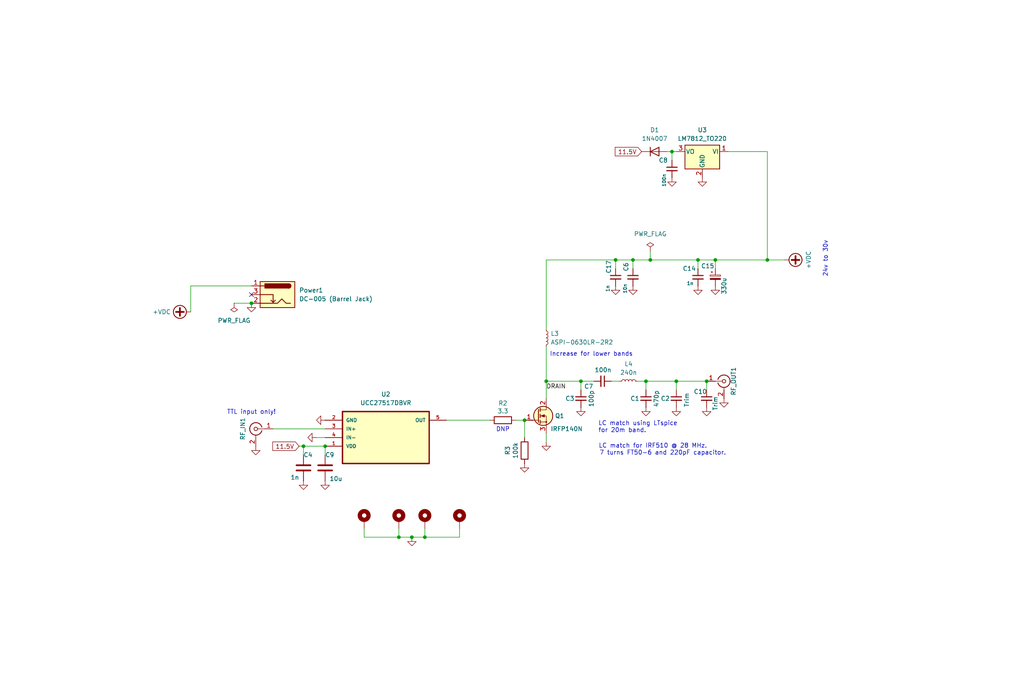
<source format=kicad_sch>
(kicad_sch (version 20240101) (generator "eeschema") (generator_version "8.99")
  (paper "User" 299.999 200)
  (title_block (title "IRFP-TO-247-Single-Ended Hack Amp") (date "2024-02-23") (company "Author: Dhiru Kholia (VU3CER), Rafał Rozestwiński"))
  (lib_symbols
    (symbol "Conn_Coaxial_1" (pin_names (offset 1.016) hide)
      (property "Reference" "J" (at 0.254 3.048 0))
      (property "Value" "Conn_Coaxial" (at 2.921 0 90))
      (symbol "Conn_Coaxial_1_0_1"
        (arc (start -1.778 -0.508) (mid 0.2311 -1.8066) (end 1.778 0) (stroke (width 0.254)))
        (polyline (pts (xy -2.54 0) (xy -0.508 0)))
        (polyline (pts (xy 0 -2.54) (xy 0 -1.778)))
        (circle (center 0 0) (radius 0.508) (stroke (width 0.2032)))
        (arc (start 1.778 0) (mid 0.2099 1.8101) (end -1.778 0.508) (stroke (width 0.254)))
      )
      (symbol "Conn_Coaxial_1_1_1"
        (pin passive line (at -5.08 0 0) (length 2.54) (name "In") (number "1"))
        (pin passive line (at 0 -5.08 90) (length 2.54) (name "Ext") (number "2"))
      )
    )
    (symbol "Connector:Barrel_Jack_Switch" (pin_names hide)
      (property "Reference" "J" (at 0 5.334 0))
      (property "Value" "Barrel_Jack_Switch" (at 0 -5.08 0))
      (symbol "Barrel_Jack_Switch_0_1"
        (rectangle (start -5.08 3.81) (end 5.08 -3.81) (stroke (width 0.254)) (fill (type background)))
        (arc (start -3.302 3.175) (mid -3.9343 2.54) (end -3.302 1.905) (stroke (width 0.254)))
        (arc (start -3.302 3.175) (mid -3.9343 2.54) (end -3.302 1.905) (stroke (width 0.254)) (fill (type outline)))
        (polyline (pts (xy 1.27 -2.286) (xy 1.905 -1.651)) (stroke (width 0.254)))
        (polyline (pts (xy 5.08 2.54) (xy 3.81 2.54)) (stroke (width 0.254)))
        (polyline (pts (xy 5.08 0) (xy 1.27 0) (xy 1.27 -2.286) (xy 0.635 -1.651)) (stroke (width 0.254)))
        (polyline (pts (xy -3.81 -2.54) (xy -2.54 -2.54) (xy -1.27 -1.27) (xy 0 -2.54) (xy 2.54 -2.54) (xy 5.08 -2.54)) (stroke (width 0.254)))
        (rectangle (start 3.683 3.175) (end -3.302 1.905) (stroke (width 0.254)) (fill (type outline)))
      )
      (symbol "Barrel_Jack_Switch_1_1"
        (pin passive line (at 7.62 2.54 180) (length 2.54) (name "~") (number "1"))
        (pin passive line (at 7.62 -2.54 180) (length 2.54) (name "~") (number "2"))
        (pin passive line (at 7.62 0 180) (length 2.54) (name "~") (number "3"))
      )
    )
    (symbol "Connector:Conn_Coaxial" (pin_names (offset 1.016) hide)
      (property "Reference" "J" (at 0.254 3.048 0))
      (property "Value" "Conn_Coaxial" (at 2.921 0 90))
      (symbol "Conn_Coaxial_0_1"
        (arc (start -1.778 -0.508) (mid 0.2311 -1.8066) (end 1.778 0) (stroke (width 0.254)))
        (polyline (pts (xy -2.54 0) (xy -0.508 0)))
        (polyline (pts (xy 0 -2.54) (xy 0 -1.778)))
        (circle (center 0 0) (radius 0.508) (stroke (width 0.2032)))
        (arc (start 1.778 0) (mid 0.2099 1.8101) (end -1.778 0.508) (stroke (width 0.254)))
      )
      (symbol "Conn_Coaxial_1_1"
        (pin passive line (at -5.08 0 0) (length 2.54) (name "In") (number "1"))
        (pin passive line (at 0 -5.08 90) (length 2.54) (name "Ext") (number "2"))
      )
    )
    (symbol "Device:C" (pin_numbers hide) (pin_names (offset 0.254))
      (property "Reference" "C" (at 0.635 2.54 0))
      (property "Value" "C" (at 0.635 -2.54 0))
      (symbol "C_0_1"
        (polyline (pts (xy -2.032 -0.762) (xy 2.032 -0.762)) (stroke (width 0.508)))
        (polyline (pts (xy -2.032 0.762) (xy 2.032 0.762)) (stroke (width 0.508)))
      )
      (symbol "C_1_1"
        (pin passive line (at 0 3.81 270) (length 2.794) (name "~") (number "1"))
        (pin passive line (at 0 -3.81 90) (length 2.794) (name "~") (number "2"))
      )
    )
    (symbol "Device:C_Polarized_Small" (pin_numbers hide) (pin_names (offset 0.254) hide)
      (property "Reference" "C" (at 0.254 1.778 0))
      (property "Value" "C_Polarized_Small" (at 0.254 -2.032 0))
      (symbol "C_Polarized_Small_0_1"
        (rectangle (start -1.524 -0.3048) (end 1.524 -0.6858) (fill (type outline)))
        (rectangle (start -1.524 0.6858) (end 1.524 0.3048))
        (polyline (pts (xy -1.27 1.524) (xy -0.762 1.524)))
        (polyline (pts (xy -1.016 1.27) (xy -1.016 1.778)))
      )
      (symbol "C_Polarized_Small_1_1"
        (pin passive line (at 0 2.54 270) (length 1.8542) (name "~") (number "1"))
        (pin passive line (at 0 -2.54 90) (length 1.8542) (name "~") (number "2"))
      )
    )
    (symbol "Device:C_Small" (pin_numbers hide) (pin_names (offset 0.254) hide)
      (property "Reference" "C" (at 0.254 1.778 0))
      (property "Value" "C_Small" (at 0.254 -2.032 0))
      (symbol "C_Small_0_1"
        (polyline (pts (xy -1.524 -0.508) (xy 1.524 -0.508)) (stroke (width 0.3302)))
        (polyline (pts (xy -1.524 0.508) (xy 1.524 0.508)) (stroke (width 0.3048)))
      )
      (symbol "C_Small_1_1"
        (pin passive line (at 0 2.54 270) (length 2.032) (name "~") (number "1"))
        (pin passive line (at 0 -2.54 90) (length 2.032) (name "~") (number "2"))
      )
    )
    (symbol "Device:L_Small" (pin_numbers hide) (pin_names (offset 0.254) hide)
      (property "Reference" "L" (at 0.762 1.016 0))
      (property "Value" "L_Small" (at 0.762 -1.016 0))
      (symbol "L_Small_0_1"
        (arc (start 0 -2.032) (mid 0.5058 -1.524) (end 0 -1.016))
        (arc (start 0 -1.016) (mid 0.5058 -0.508) (end 0 0))
        (arc (start 0 0) (mid 0.5058 0.508) (end 0 1.016))
        (arc (start 0 1.016) (mid 0.5058 1.524) (end 0 2.032))
      )
      (symbol "L_Small_1_1"
        (pin passive line (at 0 2.54 270) (length 0.508) (name "~") (number "1"))
        (pin passive line (at 0 -2.54 90) (length 0.508) (name "~") (number "2"))
      )
    )
    (symbol "Device:R" (pin_numbers hide) (pin_names (offset 0))
      (property "Reference" "R" (at 2.032 0 90))
      (property "Value" "R" (at 0 0 90))
      (symbol "R_0_1"
        (rectangle (start -1.016 -2.54) (end 1.016 2.54) (stroke (width 0.254)))
      )
      (symbol "R_1_1"
        (pin passive line (at 0 3.81 270) (length 1.27) (name "~") (number "1"))
        (pin passive line (at 0 -3.81 90) (length 1.27) (name "~") (number "2"))
      )
    )
    (symbol "Diode:1N4007" (pin_numbers hide) (pin_names hide)
      (property "Reference" "D" (at 0 2.54 0))
      (property "Value" "1N4007" (at 0 -2.54 0))
      (symbol "1N4007_0_1"
        (polyline (pts (xy -1.27 1.27) (xy -1.27 -1.27)) (stroke (width 0.254)))
        (polyline (pts (xy 1.27 0) (xy -1.27 0)))
        (polyline (pts (xy 1.27 1.27) (xy 1.27 -1.27) (xy -1.27 0) (xy 1.27 1.27)) (stroke (width 0.254)))
      )
      (symbol "1N4007_1_1"
        (pin passive line (at -3.81 0 0) (length 2.54) (name "K") (number "1"))
        (pin passive line (at 3.81 0 180) (length 2.54) (name "A") (number "2"))
      )
    )
    (symbol "Mechanical:MountingHole_Pad" (pin_numbers hide) (pin_names (offset 1.016) hide)
      (property "Reference" "H" (at 0 6.35 0))
      (property "Value" "MountingHole_Pad" (at 0 4.445 0))
      (symbol "MountingHole_Pad_0_1"
        (circle (center 0 1.27) (radius 1.27) (stroke (width 1.27)))
      )
      (symbol "MountingHole_Pad_1_1"
        (pin input line (at 0 -2.54 90) (length 2.54) (name "1") (number "1"))
      )
    )
    (symbol "PCM_Transistor_MOSFET_AKL:IRFP140N" (pin_names hide)
      (property "Reference" "Q" (at 5.08 1.27 0))
      (property "Value" "IRFP140N" (at 5.08 -1.27 0))
      (symbol "IRFP140N_0_1"
        (polyline (pts (xy 0.254 -1.27) (xy -2.54 -1.27)))
        (polyline (pts (xy 0.254 1.905) (xy 0.254 -1.905)) (stroke (width 0.254)))
        (polyline (pts (xy 0.762 -1.778) (xy 2.54 -1.778)))
        (polyline (pts (xy 0.762 -1.27) (xy 0.762 -2.286)) (stroke (width 0.254)))
        (polyline (pts (xy 0.762 0.508) (xy 0.762 -0.508)) (stroke (width 0.254)))
        (polyline (pts (xy 0.762 2.286) (xy 0.762 1.27)) (stroke (width 0.254)))
        (polyline (pts (xy 2.54 1.778) (xy 0.762 1.778)))
        (polyline (pts (xy 2.54 2.54) (xy 2.54 1.778)))
        (polyline (pts (xy 2.54 -2.54) (xy 2.54 0) (xy 0.762 0)))
        (polyline (pts (xy 1.016 0) (xy 2.032 0.381) (xy 2.032 -0.381) (xy 1.016 0)) (fill (type outline)))
        (circle (center 1.651 0) (radius 2.794) (stroke (width 0.254)) (fill (type background)))
        (circle (center 2.54 -1.778) (radius 0.1778) (fill (type outline)))
      )
      (symbol "IRFP140N_1_1"
        (pin input line (at -3.81 -1.27 0) (length 2.54) (name "G") (number "1"))
        (pin passive line (at 2.54 5.08 270) (length 2.54) (name "D") (number "2"))
        (pin passive line (at 2.54 -5.08 90) (length 2.54) (name "S") (number "3"))
      )
    )
    (symbol "Regulator_Linear:LM7812_TO220" (pin_names (offset 0.254))
      (property "Reference" "U" (at -3.81 3.175 0))
      (property "Value" "LM7812_TO220" (at 0 3.175 0))
      (symbol "LM7812_TO220_0_1"
        (rectangle (start -5.08 1.905) (end 5.08 -5.08) (stroke (width 0.254)) (fill (type background)))
      )
      (symbol "LM7812_TO220_1_1"
        (pin power_in line (at -7.62 0 0) (length 2.54) (name "VI") (number "1"))
        (pin power_in line (at 0 -7.62 90) (length 2.54) (name "GND") (number "2"))
        (pin power_out line (at 7.62 0 180) (length 2.54) (name "VO") (number "3"))
      )
    )
    (symbol "UCC27517DBVR:UCC27517DBVR" (pin_names (offset 1.016))
      (property "Reference" "U" (at -12.7 8.62 0))
      (property "Value" "UCC27517DBVR" (at -12.7 -11.62 0))
      (symbol "UCC27517DBVR_0_0"
        (rectangle (start -12.7 -7.62) (end 12.7 7.62) (stroke (width 0.41)) (fill (type background)))
        (pin input line (at -17.78 -2.54 0) (length 5.08) (name "VDD") (number "1"))
        (pin input line (at -17.78 5.08 0) (length 5.08) (name "GND") (number "2"))
        (pin input line (at -17.78 2.54 0) (length 5.08) (name "IN+") (number "3"))
        (pin input line (at -17.78 0 0) (length 5.08) (name "IN-") (number "4"))
        (pin output line (at 17.78 5.08 180) (length 5.08) (name "OUT") (number "5"))
      )
    )
    (symbol "power:+VDC" (power) (pin_numbers hide) (pin_names (offset 0) hide)
      (property "Value" "+VDC" (at 0 6.35 0))
      (symbol "+VDC_0_1"
        (polyline (pts (xy -1.143 3.175) (xy 1.143 3.175)) (stroke (width 0.508)))
        (polyline (pts (xy 0 0) (xy 0 1.27)))
        (polyline (pts (xy 0 2.032) (xy 0 4.318)) (stroke (width 0.508)))
        (circle (center 0 3.175) (radius 1.905) (stroke (width 0.254)))
      )
      (symbol "+VDC_1_1"
        (pin power_in line (at 0 0 90) (length 0) (name "~") (number "1"))
      )
    )
    (symbol "power:GND" (power) (pin_numbers hide) (pin_names (offset 0) hide)
      (property "Value" "GND" (at 0 -3.81 0))
      (symbol "GND_0_1"
        (polyline (pts (xy 0 0) (xy 0 -1.27) (xy 1.27 -1.27) (xy 0 -2.54) (xy -1.27 -1.27) (xy 0 -1.27)))
      )
      (symbol "GND_1_1"
        (pin power_in line (at 0 0 270) (length 0) (name "~") (number "1"))
      )
    )
    (symbol "power:PWR_FLAG" (power) (pin_numbers hide) (pin_names (offset 0) hide)
      (property "Value" "PWR_FLAG" (at 0 3.81 0))
      (symbol "PWR_FLAG_0_0"
        (pin power_out line (at 0 0 90) (length 0) (name "~") (number "1"))
      )
      (symbol "PWR_FLAG_0_1"
        (polyline (pts (xy 0 0) (xy 0 1.27) (xy -1.016 1.905) (xy 0 2.54) (xy 1.016 1.905) (xy 0 1.27)))
      )
    )
  )
  (junction (at 189.23 111.76))
  (junction (at 204.47 76.2))
  (junction (at 73.66 88.9))
  (junction (at 153.67 123.19))
  (junction (at 190.5 76.2))
  (junction (at 116.84 157.48))
  (junction (at 185.42 76.2))
  (junction (at 124.46 157.48))
  (junction (at 170.18 111.76))
  (junction (at 180.34 76.2))
  (junction (at 88.9 130.81))
  (junction (at 207.01 111.76))
  (junction (at 224.79 76.2))
  (junction (at 198.12 111.76))
  (junction (at 95.25 130.81))
  (junction (at 160.02 111.76))
  (junction (at 120.65 157.48))
  (junction (at 209.55 76.2))
  (junction (at 196.85 44.45))
  (no_connect (at 73.66 86.36))
  (wire (pts (xy 160.02 76.2) (xy 180.34 76.2)))
  (wire (pts (xy 198.12 111.76) (xy 207.01 111.76)))
  (wire (pts (xy 204.47 76.2) (xy 209.55 76.2)))
  (wire (pts (xy 179.07 111.76) (xy 181.61 111.76)))
  (wire (pts (xy 134.62 157.48) (xy 134.62 154.94)))
  (wire (pts (xy 151.13 123.19) (xy 153.67 123.19)))
  (wire (pts (xy 224.79 44.45) (xy 224.79 76.2)))
  (wire (pts (xy 207.01 111.76) (xy 207.01 114.3)))
  (wire (pts (xy 180.34 76.2) (xy 185.42 76.2)))
  (wire (pts (xy 153.67 128.27) (xy 153.67 123.19)))
  (wire (pts (xy 185.42 76.2) (xy 185.42 78.74)))
  (wire (pts (xy 209.55 76.2) (xy 209.55 78.74)))
  (wire (pts (xy 55.88 83.82) (xy 55.88 91.44)))
  (wire (pts (xy 170.18 111.76) (xy 173.99 111.76)))
  (wire (pts (xy 55.88 83.82) (xy 73.66 83.82)))
  (wire (pts (xy 80.01 125.73) (xy 95.25 125.73)))
  (wire (pts (xy 160.02 76.2) (xy 160.02 96.52)))
  (wire (pts (xy 106.68 157.48) (xy 116.84 157.48)))
  (wire (pts (xy 160.02 111.76) (xy 160.02 116.84)))
  (wire (pts (xy 130.81 123.19) (xy 143.51 123.19)))
  (wire (pts (xy 160.02 129.54) (xy 160.02 127)))
  (wire (pts (xy 180.34 76.2) (xy 180.34 78.74)))
  (wire (pts (xy 190.5 76.2) (xy 204.47 76.2)))
  (wire (pts (xy 116.84 154.94) (xy 116.84 157.48)))
  (wire (pts (xy 196.85 44.45) (xy 198.12 44.45)))
  (wire (pts (xy 189.23 111.76) (xy 198.12 111.76)))
  (wire (pts (xy 88.9 130.81) (xy 88.9 133.35)))
  (wire (pts (xy 224.79 76.2) (xy 229.87 76.2)))
  (wire (pts (xy 106.68 154.94) (xy 106.68 157.48)))
  (wire (pts (xy 160.02 111.76) (xy 170.18 111.76)))
  (wire (pts (xy 185.42 76.2) (xy 190.5 76.2)))
  (wire (pts (xy 68.58 88.9) (xy 73.66 88.9)))
  (wire (pts (xy 196.85 44.45) (xy 196.85 46.99)))
  (wire (pts (xy 87.63 130.81) (xy 88.9 130.81)))
  (wire (pts (xy 186.69 111.76) (xy 189.23 111.76)))
  (wire (pts (xy 198.12 111.76) (xy 198.12 114.3)))
  (wire (pts (xy 88.9 130.81) (xy 95.25 130.81)))
  (wire (pts (xy 120.65 157.48) (xy 124.46 157.48)))
  (wire (pts (xy 124.46 157.48) (xy 134.62 157.48)))
  (wire (pts (xy 170.18 111.76) (xy 170.18 114.3)))
  (wire (pts (xy 209.55 76.2) (xy 224.79 76.2)))
  (wire (pts (xy 95.25 130.81) (xy 95.25 133.35)))
  (wire (pts (xy 92.71 128.27) (xy 95.25 128.27)))
  (wire (pts (xy 116.84 157.48) (xy 120.65 157.48)))
  (wire (pts (xy 189.23 111.76) (xy 189.23 114.3)))
  (wire (pts (xy 195.58 44.45) (xy 196.85 44.45)))
  (wire (pts (xy 190.5 73.66) (xy 190.5 76.2)))
  (wire (pts (xy 160.02 101.6) (xy 160.02 111.76)))
  (wire (pts (xy 213.36 44.45) (xy 224.79 44.45)))
  (wire (pts (xy 204.47 76.2) (xy 204.47 78.74)))
  (wire (pts (xy 124.46 154.94) (xy 124.46 157.48)))
  (text "DNP" (at 147.32 125.984 0) (effects (font (size 1.27 1.27))))
  (text "TTL input only!" (at 73.66 120.904 0) (effects (font (size 1.27 1.27))))
  (text "LC match for IRF510 @ 28 MHz.\n      7 turns FT50-6 and 220pF capacitor." (at 191.262 131.826 0) (effects (font (size 1.27 1.27))))
  (text "LC match using LTspice\nfor 20m band." (at 175.26 127 0) (effects (font (size 1.27 1.27)) (justify left bottom)))
  (text "24v to 30v" (at 242.57 81.28 90) (effects (font (size 1.27 1.27)) (justify left bottom)))
  (text "Increase for lower bands" (at 173.228 103.886 0) (effects (font (size 1.27 1.27))))
  (label "DRAIN" (at 160.02 114.3 0))
  (global_label "11.5V" (shape input) (at 87.63 130.81 180) (property "Intersheetrefs" "${INTERSHEET_REFS}" (effects (hide yes))))
  (global_label "11.5V" (shape input) (at 187.96 44.45 180) (property "Intersheetrefs" "${INTERSHEET_REFS}" (effects (hide yes))))
  (symbol (lib_id "Device:C_Small") (at 176.53 111.76 270) (unit 1)
    (property "Reference" "C7" (at 172.466 113.284 90))
    (property "Value" "100n" (at 176.657 108.458 90))
    (property "Footprint" "Capacitor_SMD:C_1206_3216Metric_Pad1.33x1.80mm_HandSolder" (effects (hide yes)))
  )
  (symbol (lib_id "power:+VDC") (at 55.88 91.44 90) (unit 1)
    (property "Reference" "#PWR0110" (effects (hide yes)))
    (property "Value" "+VDC" (at 50.0634 91.44 90) (effects (justify left)))
    (property "Description" "Power symbol creates a global label with name \"+VDC\"" (effects (hide yes)))
  )
  (symbol (lib_id "Device:C_Small") (at 185.42 81.28 0) (unit 1)
    (property "Reference" "C6" (at 183.388 78.232 90))
    (property "Value" "10n" (at 183.134 84.582 90) (effects (font (size 0.9906 0.9906))))
    (property "Footprint" "Capacitor_SMD:C_1206_3216Metric_Pad1.33x1.80mm_HandSolder" (effects (hide yes)))
  )
  (symbol (lib_id "power:PWR_FLAG") (at 190.5 73.66 0) (unit 1)
    (property "Reference" "#FLG01" (effects (hide yes)))
    (property "Value" "PWR_FLAG" (at 190.5 68.58 0))
    (property "Description" "Special symbol for telling ERC where power comes from" (effects (hide yes)))
  )
  (symbol (lib_id "Diode:1N4007") (at 191.77 44.45 0) (unit 1)
    (property "Reference" "D1" (at 191.77 38.1 0))
    (property "Value" "1N4007" (at 191.77 40.64 0))
    (property "Footprint" "Diode_THT:D_DO-41_SOD81_P2.54mm_Vertical_KathodeUp" (effects (hide yes)))
    (property "Datasheet" "http://www.vishay.com/docs/88503/1n4001.pdf" (effects (hide yes)))
    (property "Description" "1000V 1A General Purpose Rectifier Diode, DO-41" (effects (hide yes)))
    (property "Sim.Device" "D" (effects (hide yes)))
    (property "Sim.Pins" "1=K 2=A" (effects (hide yes)))
  )
  (symbol (lib_id "power:+VDC") (at 229.87 76.2 270) (unit 1)
    (property "Reference" "#PWR014" (effects (hide yes)))
    (property "Value" "+VDC" (at 236.855 76.2 0))
    (property "Description" "Power symbol creates a global label with name \"+VDC\"" (effects (hide yes)))
  )
  (symbol (lib_id "Device:C") (at 88.9 137.16 0) (unit 1)
    (property "Reference" "C4" (at 88.9 133.35 0) (effects (justify left)))
    (property "Value" "1n" (at 85.09 139.954 0) (effects (justify left)))
    (property "Footprint" "Capacitor_SMD:C_1206_3216Metric_Pad1.33x1.80mm_HandSolder" (effects (hide yes)))
  )
  (symbol (lib_id "Device:C_Polarized_Small") (at 209.55 81.28 0) (unit 1)
    (property "Reference" "C15" (at 205.359 77.978 0) (effects (justify left)))
    (property "Value" "330u" (at 212.09 86.36 90) (effects (justify left)))
    (property "Footprint" "Capacitor_THT:CP_Radial_D8.0mm_P5.00mm" (effects (hide yes)))
  )
  (symbol (lib_id "Device:C_Small") (at 204.47 81.28 0) (unit 1)
    (property "Reference" "C14" (at 201.93 78.74 0))
    (property "Value" "1n" (at 202.184 83.058 0) (effects (font (size 0.9906 0.9906))))
    (property "Footprint" "Capacitor_SMD:C_1206_3216Metric_Pad1.33x1.80mm_HandSolder" (effects (hide yes)))
  )
  (symbol (lib_id "power:GND") (at 88.9 140.97 0) (unit 1)
    (property "Reference" "#PWR03" (effects (hide yes)))
    (property "Value" "GND" (effects (hide yes)))
    (property "Description" "Power symbol creates a global label with name \"GND\" , ground" (effects (hide yes)))
  )
  (symbol (lib_id "power:GND") (at 196.85 52.07 0) (unit 1)
    (property "Reference" "#PWR07" (effects (hide yes)))
    (property "Value" "GND" (effects (hide yes)))
    (property "Description" "Power symbol creates a global label with name \"GND\" , ground" (effects (hide yes)))
  )
  (symbol (lib_id "Device:R") (at 147.32 123.19 270) (unit 1)
    (property "Reference" "R2" (at 147.32 118.2116 90))
    (property "Value" "3.3" (at 147.32 120.523 90))
    (property "Footprint" "Resistor_SMD:R_1206_3216Metric_Pad1.30x1.75mm_HandSolder" (effects (hide yes)))
  )
  (symbol (lib_id "UCC27517DBVR:UCC27517DBVR") (at 113.03 128.27 0) (unit 1)
    (property "Reference" "U2" (at 113.03 115.57 0))
    (property "Value" "UCC27517DBVR" (at 113.03 118.11 0))
    (property "Footprint" "Package_TO_SOT_SMD:SOT-23-5_HandSoldering" (effects (hide yes)))
    (property "Description" "\n4-A/4-A single-channel gate driver with 5-V UVLO and 13-ns prop delay in SOT-23 package\n" (effects (hide yes)))
    (property "MF" "Texas Instruments" (effects (hide yes)))
    (property "Package" "SOT-23-5 Texas Instruments" (effects (hide yes)))
    (property "Price" "None" (effects (hide yes)))
    (property "SnapEDA_Link" "https://www.snapeda.com/parts/UCC27517DBVR/Texas+Instruments/view-part/?ref=snap" (effects (hide yes)))
    (property "MP" "UCC27517DBVR" (effects (hide yes)))
    (property "Purchase-URL" "https://pricing.snapeda.com/search?q=UCC27517DBVR&ref=eda" (effects (hide yes)))
    (property "Availability" "In Stock" (effects (hide yes)))
    (property "Check_prices" "https://www.snapeda.com/parts/UCC27517DBVR/Texas+Instruments/view-part/?ref=eda" (effects (hide yes)))
    (property "Description_1" "\n4-A/4-A single-channel gate driver with 5-V UVLO and 13-ns prop delay in SOT-23 package\n" (effects (hide yes)))
  )
  (symbol (lib_id "power:GND") (at 212.09 116.84 0) (mirror y) (unit 1)
    (property "Reference" "#PWR04" (effects (hide yes)))
    (property "Value" "GND" (effects (hide yes)))
    (property "Description" "Power symbol creates a global label with name \"GND\" , ground" (effects (hide yes)))
  )
  (symbol (lib_id "power:GND") (at 170.18 119.38 0) (mirror y) (unit 1)
    (property "Reference" "#PWR015" (effects (hide yes)))
    (property "Value" "GND" (effects (hide yes)))
    (property "Description" "Power symbol creates a global label with name \"GND\" , ground" (effects (hide yes)))
  )
  (symbol (lib_id "power:GND") (at 73.66 88.9 0) (unit 1)
    (property "Reference" "#PWR019" (effects (hide yes)))
    (property "Value" "GND" (effects (hide yes)))
    (property "Description" "Power symbol creates a global label with name \"GND\" , ground" (effects (hide yes)))
  )
  (symbol (lib_name "Conn_Coaxial_1") (lib_id "Connector:Conn_Coaxial") (at 212.09 111.76 0) (unit 1)
    (property "Reference" "RF_OUT1" (at 214.884 111.76 90))
    (property "Value" "SMA" (effects (hide yes)))
    (property "Footprint" "Connector_Coaxial:SMA_Samtec_SMA-J-P-X-ST-EM1_EdgeMount" (effects (hide yes)))
    (property "Datasheet" " ~" (effects (hide yes)))
    (property "Description" "coaxial connector (BNC, SMA, SMB, SMC, Cinch/RCA, LEMO, ...)" (effects (hide yes)))
  )
  (symbol (lib_id "power:GND") (at 95.25 140.97 0) (unit 1)
    (property "Reference" "#PWR011" (effects (hide yes)))
    (property "Value" "GND" (effects (hide yes)))
    (property "Description" "Power symbol creates a global label with name \"GND\" , ground" (effects (hide yes)))
  )
  (symbol (lib_id "Device:R") (at 153.67 132.08 0) (unit 1)
    (property "Reference" "R3" (at 148.6916 132.08 90))
    (property "Value" "100k" (at 151.003 132.08 90))
    (property "Footprint" "Resistor_SMD:R_1206_3216Metric_Pad1.30x1.75mm_HandSolder" (effects (hide yes)))
  )
  (symbol (lib_id "power:GND") (at 74.93 130.81 0) (unit 1)
    (property "Reference" "#PWR08" (effects (hide yes)))
    (property "Value" "GND" (effects (hide yes)))
    (property "Description" "Power symbol creates a global label with name \"GND\" , ground" (effects (hide yes)))
  )
  (symbol (lib_id "Connector:Conn_Coaxial") (at 74.93 125.73 0) (mirror y) (unit 1)
    (property "Reference" "RF_IN1" (at 71.12 125.73 90))
    (property "Value" "SMA" (effects (hide yes)))
    (property "Footprint" "Connector_Coaxial:SMA_Samtec_SMA-J-P-X-ST-EM1_EdgeMount" (effects (hide yes)))
    (property "Datasheet" " ~" (effects (hide yes)))
    (property "Description" "coaxial connector (BNC, SMA, SMB, SMC, Cinch/RCA, LEMO, ...)" (effects (hide yes)))
  )
  (symbol (lib_id "Device:L_Small") (at 184.15 111.76 90) (unit 1)
    (property "Reference" "L4" (at 184.15 106.68 90))
    (property "Value" "240n" (at 184.15 109.22 90))
    (property "Footprint" "Inductor_THT:L_Toroid_Vertical_L10.0mm_W5.0mm_P5.08mm" (effects (hide yes)))
  )
  (symbol (lib_id "Device:L_Small") (at 160.02 99.06 0) (unit 1)
    (property "Reference" "L3" (at 161.29 97.7899 0) (effects (justify left)))
    (property "Value" "ASPI-0630LR-2R2" (at 161.29 100.3299 0) (effects (justify left)))
    (property "Footprint" "Inductor_SMD:L_7.3x7.3_H3.5" (effects (hide yes)))
  )
  (symbol (lib_id "Device:C") (at 95.25 137.16 0) (unit 1)
    (property "Reference" "C9" (at 95.25 133.35 0) (effects (justify left)))
    (property "Value" "10u" (at 96.52 140.335 0) (effects (justify left)))
    (property "Footprint" "Capacitor_SMD:C_1206_3216Metric_Pad1.33x1.80mm_HandSolder" (effects (hide yes)))
  )
  (symbol (lib_id "Mechanical:MountingHole_Pad") (at 124.46 152.4 0) (unit 1)
    (property "Reference" "H3" (effects (hide yes)))
    (property "Value" "MountingHole_Pad" (effects (hide yes)))
    (property "Footprint" "MountingHole:MountingHole_3.2mm_M3_Pad_Via" (effects (hide yes)))
  )
  (symbol (lib_id "power:GND") (at 198.12 119.38 0) (mirror y) (unit 1)
    (property "Reference" "#PWR05" (effects (hide yes)))
    (property "Value" "GND" (effects (hide yes)))
    (property "Description" "Power symbol creates a global label with name \"GND\" , ground" (effects (hide yes)))
  )
  (symbol (lib_id "power:GND") (at 209.55 83.82 0) (unit 1)
    (property "Reference" "#PWR013" (effects (hide yes)))
    (property "Value" "GND" (effects (hide yes)))
    (property "Description" "Power symbol creates a global label with name \"GND\" , ground" (effects (hide yes)))
  )
  (symbol (lib_id "Device:C_Small") (at 170.18 116.84 0) (unit 1)
    (property "Reference" "C3" (at 165.608 116.84 0) (effects (justify left)))
    (property "Value" "100p" (at 173.228 119.38 90) (effects (justify left)))
    (property "Footprint" "Capacitor_SMD:C_1206_3216Metric_Pad1.33x1.80mm_HandSolder" (effects (hide yes)))
    (property "Sim.Device" "SPICE" (effects (hide yes)))
    (property "Sim.Params" "type=\"\" model=\"100n\" lib=\"\"" (effects (hide yes)))
    (property "Sim.Pins" "1=1 2=2" (effects (hide yes)))
  )
  (symbol (lib_id "Regulator_Linear:LM7812_TO220") (at 205.74 44.45 0) (mirror y) (unit 1)
    (property "Reference" "U3" (at 205.74 38.1 0))
    (property "Value" "LM7812_TO220" (at 205.74 40.64 0))
    (property "Footprint" "Package_TO_SOT_THT:TO-220-3_Horizontal_TabDown" (effects (hide yes)))
    (property "Datasheet" "https://www.onsemi.cn/PowerSolutions/document/MC7800-D.PDF" (effects (hide yes)))
    (property "Description" "Positive 1A 35V Linear Regulator, Fixed Output 12V, TO-220" (effects (hide yes)))
  )
  (symbol (lib_id "Device:C_Small") (at 189.23 116.84 0) (unit 1)
    (property "Reference" "C1" (at 184.658 116.84 0) (effects (justify left)))
    (property "Value" "470p" (at 192.278 119.38 90) (effects (justify left)))
    (property "Footprint" "Capacitor_SMD:C_1206_3216Metric_Pad1.33x1.80mm_HandSolder" (effects (hide yes)))
    (property "Sim.Device" "SPICE" (effects (hide yes)))
    (property "Sim.Params" "type=\"\" model=\"100n\" lib=\"\"" (effects (hide yes)))
    (property "Sim.Pins" "1=1 2=2" (effects (hide yes)))
  )
  (symbol (lib_id "Device:C_Small") (at 180.34 81.28 0) (unit 1)
    (property "Reference" "C17" (at 178.308 78.232 90))
    (property "Value" "1n" (at 178.054 84.582 90) (effects (font (size 0.9906 0.9906))))
    (property "Footprint" "Capacitor_SMD:C_1206_3216Metric_Pad1.33x1.80mm_HandSolder" (effects (hide yes)))
  )
  (symbol (lib_id "power:GND") (at 92.71 128.27 270) (unit 1)
    (property "Reference" "#PWR09" (effects (hide yes)))
    (property "Value" "GND" (effects (hide yes)))
    (property "Description" "Power symbol creates a global label with name \"GND\" , ground" (effects (hide yes)))
  )
  (symbol (lib_id "Mechanical:MountingHole_Pad") (at 116.84 152.4 0) (unit 1)
    (property "Reference" "H2" (effects (hide yes)))
    (property "Value" "MountingHole_Pad" (effects (hide yes)))
    (property "Footprint" "MountingHole:MountingHole_3.2mm_M3_Pad_Via" (effects (hide yes)))
  )
  (symbol (lib_id "Device:C_Small") (at 198.12 116.84 0) (unit 1)
    (property "Reference" "C2" (at 193.548 116.84 0) (effects (justify left)))
    (property "Value" "Trim" (at 201.168 119.38 90) (effects (justify left)))
    (property "Footprint" "Capacitor_SMD:C_1206_3216Metric_Pad1.33x1.80mm_HandSolder" (effects (hide yes)))
    (property "Sim.Device" "SPICE" (effects (hide yes)))
    (property "Sim.Params" "type=\"\" model=\"100n\" lib=\"\"" (effects (hide yes)))
    (property "Sim.Pins" "1=1 2=2" (effects (hide yes)))
  )
  (symbol (lib_id "power:GND") (at 120.65 157.48 0) (unit 1)
    (property "Reference" "#PWR01" (effects (hide yes)))
    (property "Value" "GND" (effects (hide yes)))
    (property "Description" "Power symbol creates a global label with name \"GND\" , ground" (effects (hide yes)))
  )
  (symbol (lib_id "power:GND") (at 95.25 123.19 270) (unit 1)
    (property "Reference" "#PWR010" (effects (hide yes)))
    (property "Value" "GND" (effects (hide yes)))
    (property "Description" "Power symbol creates a global label with name \"GND\" , ground" (effects (hide yes)))
  )
  (symbol (lib_id "power:PWR_FLAG") (at 68.58 88.9 180) (unit 1)
    (property "Reference" "#FLG03" (effects (hide yes)))
    (property "Value" "PWR_FLAG" (at 68.58 93.98 0))
    (property "Description" "Special symbol for telling ERC where power comes from" (effects (hide yes)))
  )
  (symbol (lib_id "power:GND") (at 207.01 119.38 0) (mirror y) (unit 1)
    (property "Reference" "#PWR017" (effects (hide yes)))
    (property "Value" "GND" (effects (hide yes)))
    (property "Description" "Power symbol creates a global label with name \"GND\" , ground" (effects (hide yes)))
  )
  (symbol (lib_id "Mechanical:MountingHole_Pad") (at 134.62 152.4 0) (mirror y) (unit 1)
    (property "Reference" "H4" (effects (hide yes)))
    (property "Value" "MountingHole_Pad" (effects (hide yes)))
    (property "Footprint" "MountingHole:MountingHole_3.2mm_M3_Pad_Via" (effects (hide yes)))
  )
  (symbol (lib_id "power:GND") (at 160.02 129.54 0) (unit 1)
    (property "Reference" "#PWR0116" (effects (hide yes)))
    (property "Value" "GND" (effects (hide yes)))
    (property "Description" "Power symbol creates a global label with name \"GND\" , ground" (effects (hide yes)))
  )
  (symbol (lib_id "Connector:Barrel_Jack_Switch") (at 81.28 86.36 0) (mirror y) (unit 1)
    (property "Reference" "Power1" (at 87.63 85.0899 0) (effects (justify right)))
    (property "Value" "DC-005 (Barrel Jack)" (at 87.63 87.6299 0) (effects (justify right)))
    (property "Footprint" "footprints:XKB_DC-005-5A-2.0_Modded" (effects (hide yes)))
  )
  (symbol (lib_id "power:GND") (at 205.74 52.07 0) (unit 1)
    (property "Reference" "#PWR06" (effects (hide yes)))
    (property "Value" "GND" (effects (hide yes)))
    (property "Description" "Power symbol creates a global label with name \"GND\" , ground" (effects (hide yes)))
  )
  (symbol (lib_id "Device:C_Small") (at 196.85 49.53 0) (unit 1)
    (property "Reference" "C8" (at 194.31 46.99 0))
    (property "Value" "100n" (at 194.564 52.832 90) (effects (font (size 0.9906 0.9906))))
    (property "Footprint" "Capacitor_SMD:C_1206_3216Metric_Pad1.33x1.80mm_HandSolder" (effects (hide yes)))
  )
  (symbol (lib_id "power:GND") (at 180.34 83.82 0) (unit 1)
    (property "Reference" "#PWR028" (effects (hide yes)))
    (property "Value" "GND" (effects (hide yes)))
    (property "Description" "Power symbol creates a global label with name \"GND\" , ground" (effects (hide yes)))
  )
  (symbol (lib_id "power:GND") (at 204.47 83.82 0) (unit 1)
    (property "Reference" "#PWR012" (effects (hide yes)))
    (property "Value" "GND" (effects (hide yes)))
    (property "Description" "Power symbol creates a global label with name \"GND\" , ground" (effects (hide yes)))
  )
  (symbol (lib_id "PCM_Transistor_MOSFET_AKL:IRFP140N") (at 157.48 121.92 0) (unit 1)
    (property "Reference" "Q1" (at 162.56 121.92 0) (effects (justify left)))
    (property "Value" "IRFP140N" (at 161.29 125.73 0) (effects (justify left)))
    (property "Footprint" "footprints:TO-247-3_Horizontal_TabDown_Modded" (effects (hide yes)))
    (property "Datasheet" "https://www.tme.eu/Document/9c8163ca806a5df3007149f1e0f1d3c4/irfp140n.pdf" (effects (hide yes)))
  )
  (symbol (lib_id "power:GND") (at 185.42 83.82 0) (unit 1)
    (property "Reference" "#PWR0105" (effects (hide yes)))
    (property "Value" "GND" (effects (hide yes)))
    (property "Description" "Power symbol creates a global label with name \"GND\" , ground" (effects (hide yes)))
  )
  (symbol (lib_id "power:GND") (at 153.67 135.89 0) (unit 1)
    (property "Reference" "#PWR016" (effects (hide yes)))
    (property "Value" "GND" (effects (hide yes)))
    (property "Description" "Power symbol creates a global label with name \"GND\" , ground" (effects (hide yes)))
  )
  (symbol (lib_id "Device:C_Small") (at 207.01 116.84 0) (unit 1)
    (property "Reference" "C10" (at 203.2 114.808 0) (effects (justify left)))
    (property "Value" "Trim" (at 209.55 120.396 90) (effects (justify left)))
    (property "Footprint" "Capacitor_SMD:C_1206_3216Metric_Pad1.33x1.80mm_HandSolder" (effects (hide yes)))
    (property "Sim.Device" "SPICE" (effects (hide yes)))
    (property "Sim.Params" "type=\"\" model=\"100n\" lib=\"\"" (effects (hide yes)))
    (property "Sim.Pins" "1=1 2=2" (effects (hide yes)))
  )
  (symbol (lib_id "Mechanical:MountingHole_Pad") (at 106.68 152.4 0) (unit 1)
    (property "Reference" "H1" (effects (hide yes)))
    (property "Value" "MountingHole_Pad" (effects (hide yes)))
    (property "Footprint" "MountingHole:MountingHole_3.2mm_M3_Pad_Via" (effects (hide yes)))
  )
  (symbol (lib_id "power:GND") (at 189.23 119.38 0) (mirror y) (unit 1)
    (property "Reference" "#PWR02" (effects (hide yes)))
    (property "Value" "GND" (effects (hide yes)))
    (property "Description" "Power symbol creates a global label with name \"GND\" , ground" (effects (hide yes)))
  )
)
</source>
